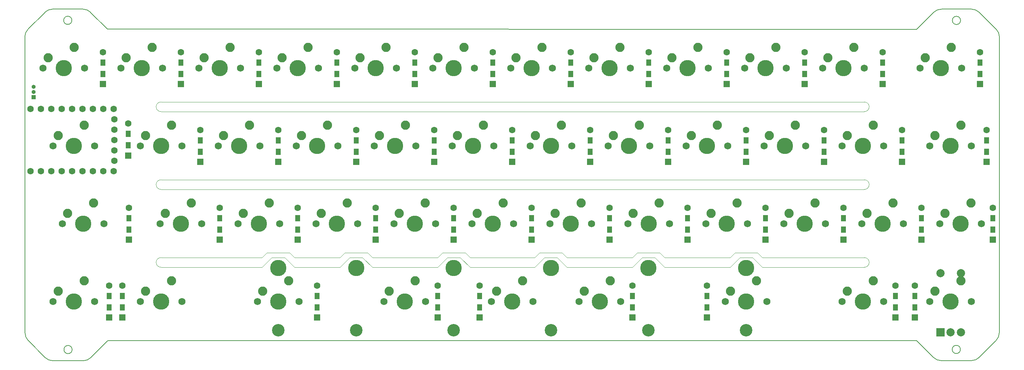
<source format=gbr>
%TF.GenerationSoftware,KiCad,Pcbnew,(6.0.7)*%
%TF.CreationDate,2023-01-22T01:11:47+01:00*%
%TF.ProjectId,lumpen,6c756d70-656e-42e6-9b69-6361645f7063,rev?*%
%TF.SameCoordinates,Original*%
%TF.FileFunction,Soldermask,Bot*%
%TF.FilePolarity,Negative*%
%FSLAX46Y46*%
G04 Gerber Fmt 4.6, Leading zero omitted, Abs format (unit mm)*
G04 Created by KiCad (PCBNEW (6.0.7)) date 2023-01-22 01:11:47*
%MOMM*%
%LPD*%
G01*
G04 APERTURE LIST*
%TA.AperFunction,Profile*%
%ADD10C,0.100000*%
%TD*%
%TA.AperFunction,Profile*%
%ADD11C,0.200000*%
%TD*%
%ADD12C,3.987800*%
%ADD13C,1.750000*%
%ADD14C,2.250000*%
%ADD15R,1.200000X1.600000*%
%ADD16R,1.600000X1.600000*%
%ADD17C,1.600000*%
%ADD18C,3.048000*%
%ADD19R,2.000000X2.000000*%
%ADD20C,2.000000*%
%ADD21R,1.000000X1.000000*%
%ADD22O,1.000000X1.000000*%
G04 APERTURE END LIST*
D10*
X224161188Y-86836250D02*
X52314313Y-86836250D01*
D11*
X33287290Y-128781256D02*
X25917546Y-128781256D01*
D10*
X125459250Y-103505000D02*
X127840500Y-105886250D01*
X224161188Y-86836200D02*
G75*
G03*
X224161188Y-84455000I12J1190600D01*
G01*
X78199375Y-102314375D02*
X83755625Y-102314375D01*
X192532000Y-102314375D02*
X191341375Y-103505000D01*
X224161188Y-67786200D02*
G75*
G03*
X224161188Y-65405000I12J1190600D01*
G01*
D11*
X39350957Y-123825611D02*
X35178801Y-127997767D01*
X25855692Y-42668887D02*
G75*
G03*
X23964181Y-43452380I8J-2675013D01*
G01*
D10*
X52314313Y-103505000D02*
X77008750Y-103505000D01*
X193722625Y-103505000D02*
X191341375Y-105886250D01*
D11*
X19102418Y-121966128D02*
X19040564Y-49484019D01*
X236913960Y-123824293D02*
X39350957Y-123825611D01*
X252245970Y-43472322D02*
G75*
G03*
X250354482Y-42688810I-1891570J-1891578D01*
G01*
D10*
X52314313Y-84454950D02*
G75*
G03*
X52314313Y-86836250I-13J-1190650D01*
G01*
D11*
X242984738Y-42688823D02*
G75*
G03*
X241096372Y-43469515I-38J-2674077D01*
G01*
X252245993Y-43472299D02*
X256386121Y-47612427D01*
D10*
X191341375Y-105886250D02*
X175402875Y-105886250D01*
D11*
X39257075Y-47592508D02*
X236956244Y-47609643D01*
D10*
X103964500Y-103505000D02*
X119903000Y-103505000D01*
D11*
X236956244Y-47609643D02*
X241096372Y-43469515D01*
D10*
X96027000Y-105886250D02*
X84946250Y-105886250D01*
D11*
X30540436Y-45418891D02*
G75*
G03*
X30540436Y-45418891I-1000000J0D01*
G01*
D10*
X196897625Y-103505000D02*
X199278875Y-105886250D01*
D11*
X250315343Y-128747910D02*
X242945599Y-128747910D01*
X30602546Y-126031256D02*
G75*
G03*
X30602546Y-126031256I-1000000J0D01*
G01*
D10*
X97217625Y-102314375D02*
X96027000Y-103505000D01*
D11*
X25855692Y-42668891D02*
X33225436Y-42668891D01*
X257169610Y-49503938D02*
X257130471Y-121932782D01*
D10*
X121093625Y-102314375D02*
X126649875Y-102314375D01*
D11*
X247669482Y-45438810D02*
G75*
G03*
X247669482Y-45438810I-1000000J0D01*
G01*
D10*
X144786188Y-102314375D02*
X143595563Y-103505000D01*
X168656000Y-102314375D02*
X167465375Y-103505000D01*
X121093625Y-102314375D02*
X119903000Y-103505000D01*
D11*
X250315343Y-128747926D02*
G75*
G03*
X252206854Y-127964421I57J2674826D01*
G01*
X241054108Y-127964401D02*
G75*
G03*
X242945599Y-128747910I1891492J1891401D01*
G01*
D10*
X122284250Y-103505000D02*
X125459250Y-103505000D01*
X224161188Y-105886250D02*
X199278875Y-105886250D01*
X102773875Y-102314375D02*
X103964500Y-103505000D01*
X193722625Y-103505000D02*
X196897625Y-103505000D01*
X169846625Y-103505000D02*
X173021625Y-103505000D01*
X151533063Y-103505000D02*
X167465375Y-103505000D01*
X144786188Y-102314375D02*
X150342438Y-102314375D01*
D11*
X35116939Y-43452388D02*
G75*
G03*
X33225436Y-42668891I-1891439J-1891312D01*
G01*
D10*
X52314313Y-103504950D02*
G75*
G03*
X52314313Y-105886250I-13J-1190650D01*
G01*
X199278875Y-103505000D02*
X224161188Y-103505000D01*
X169846625Y-103505000D02*
X167465375Y-105886250D01*
X52314313Y-84455000D02*
X224161188Y-84455000D01*
X224161188Y-105886200D02*
G75*
G03*
X224161188Y-103505000I12J1190600D01*
G01*
D11*
X256346997Y-123824308D02*
G75*
G03*
X257130471Y-121932782I-1891797J1891608D01*
G01*
X256346982Y-123824293D02*
X252206854Y-127964421D01*
X33287290Y-128781221D02*
G75*
G03*
X35178801Y-127997767I110J2674821D01*
G01*
D10*
X101583250Y-103505000D02*
X103964500Y-105886250D01*
X79390000Y-103505000D02*
X82565000Y-103505000D01*
X126649875Y-102314375D02*
X127840500Y-103505000D01*
X145976813Y-103505000D02*
X149151813Y-103505000D01*
X143595563Y-105886250D02*
X127840500Y-105886250D01*
X83755625Y-102314375D02*
X84946250Y-103505000D01*
X173021625Y-103505000D02*
X175402875Y-105886250D01*
D11*
X24026035Y-127997767D02*
X19885907Y-123857639D01*
X242984738Y-42688810D02*
X250354482Y-42688810D01*
D10*
X97217625Y-102314375D02*
X102773875Y-102314375D01*
D11*
X241054088Y-127964421D02*
X236913960Y-123824293D01*
X24026051Y-127997751D02*
G75*
G03*
X25917546Y-128781256I1891549J1891551D01*
G01*
D10*
X78199375Y-102314375D02*
X77008750Y-103505000D01*
X174212250Y-102314375D02*
X175402875Y-103505000D01*
X175402875Y-103505000D02*
X191341375Y-103505000D01*
X149151813Y-103505000D02*
X151533063Y-105886250D01*
X224161188Y-67786250D02*
X52314313Y-67786250D01*
X119903000Y-105886250D02*
X103964500Y-105886250D01*
X79390000Y-103505000D02*
X77008750Y-105886250D01*
X98408250Y-103505000D02*
X96027000Y-105886250D01*
X198088250Y-102314375D02*
X199278875Y-103505000D01*
X84946250Y-103505000D02*
X96027000Y-103505000D01*
X52314313Y-65404950D02*
G75*
G03*
X52314313Y-67786250I-13J-1190650D01*
G01*
X168656000Y-102314375D02*
X174212250Y-102314375D01*
X122284250Y-103505000D02*
X119903000Y-105886250D01*
D11*
X19824057Y-47592512D02*
G75*
G03*
X19040564Y-49484019I1891443J-1891488D01*
G01*
D10*
X167465375Y-105886250D02*
X151533063Y-105886250D01*
D11*
X19824053Y-47592508D02*
X23964181Y-43452380D01*
D10*
X77008750Y-105886250D02*
X52314313Y-105886250D01*
X82565000Y-103505000D02*
X84946250Y-105886250D01*
X52314313Y-65405000D02*
X224161188Y-65405000D01*
D11*
X35116947Y-43452380D02*
X39257075Y-47592508D01*
D10*
X150342438Y-102314375D02*
X151533063Y-103505000D01*
D11*
X247630599Y-125997910D02*
G75*
G03*
X247630599Y-125997910I-1000000J0D01*
G01*
D10*
X192532000Y-102314375D02*
X198088250Y-102314375D01*
D11*
X257169605Y-49503938D02*
G75*
G03*
X256386121Y-47612427I-2675405J-162D01*
G01*
D10*
X127840500Y-103505000D02*
X143595563Y-103505000D01*
D11*
X19102451Y-121966128D02*
G75*
G03*
X19885907Y-123857639I2675149J28D01*
G01*
D10*
X145976813Y-103505000D02*
X143595563Y-105886250D01*
X98408250Y-103505000D02*
X101583250Y-103505000D01*
D12*
%TO.C,MX32*%
X171450000Y-95250000D03*
D13*
X166370000Y-95250000D03*
X176530000Y-95250000D03*
D14*
X167640000Y-92710000D03*
X173990000Y-90170000D03*
%TD*%
D12*
%TO.C,MX37*%
X30988000Y-114300000D03*
D13*
X36068000Y-114300000D03*
X25908000Y-114300000D03*
D14*
X27178000Y-111760000D03*
X33528000Y-109220000D03*
%TD*%
D13*
%TO.C,MX30*%
X128270000Y-95250000D03*
X138430000Y-95250000D03*
D12*
X133350000Y-95250000D03*
D14*
X129540000Y-92710000D03*
X135890000Y-90170000D03*
%TD*%
D12*
%TO.C,MX45*%
X245237000Y-114300000D03*
D13*
X250317000Y-114300000D03*
X240157000Y-114300000D03*
D14*
X241427000Y-111760000D03*
X247777000Y-109220000D03*
%TD*%
D15*
%TO.C,D1*%
X38100000Y-58550000D03*
D16*
X38100000Y-61050000D03*
D15*
X38100000Y-55750000D03*
D17*
X38100000Y-53250000D03*
%TD*%
D13*
%TO.C,MX11*%
X224155000Y-57150000D03*
D12*
X219075000Y-57150000D03*
D13*
X213995000Y-57150000D03*
D14*
X215265000Y-54610000D03*
X221615000Y-52070000D03*
%TD*%
D16*
%TO.C,D41*%
X231775000Y-118200000D03*
D15*
X231775000Y-115700000D03*
X231775000Y-112900000D03*
D17*
X231775000Y-110400000D03*
%TD*%
D13*
%TO.C,MX34*%
X204470000Y-95250000D03*
X214630000Y-95250000D03*
D12*
X209550000Y-95250000D03*
D14*
X205740000Y-92710000D03*
X212090000Y-90170000D03*
%TD*%
D15*
%TO.C,D9*%
X42862500Y-115700000D03*
D16*
X42862500Y-118200000D03*
D15*
X42862500Y-112900000D03*
D17*
X42862500Y-110400000D03*
%TD*%
D15*
%TO.C,D21*%
X133350000Y-58550000D03*
D16*
X133350000Y-61050000D03*
D17*
X133350000Y-53250000D03*
D15*
X133350000Y-55750000D03*
%TD*%
D13*
%TO.C,MX35*%
X233680000Y-95250000D03*
X223520000Y-95250000D03*
D12*
X228600000Y-95250000D03*
D14*
X224790000Y-92710000D03*
X231140000Y-90170000D03*
%TD*%
D13*
%TO.C,MX12*%
X237807500Y-57150000D03*
X247967500Y-57150000D03*
D12*
X242887500Y-57150000D03*
D14*
X239077500Y-54610000D03*
X245427500Y-52070000D03*
%TD*%
D16*
%TO.C,D44*%
X254000000Y-80100000D03*
D15*
X254000000Y-77600000D03*
D17*
X254000000Y-72300000D03*
D15*
X254000000Y-74800000D03*
%TD*%
D13*
%TO.C,MX43*%
X200342500Y-114300000D03*
X190182500Y-114300000D03*
D12*
X195262500Y-114300000D03*
D14*
X191452500Y-111760000D03*
X197802500Y-109220000D03*
%TD*%
D16*
%TO.C,D28*%
X171450000Y-61050000D03*
D15*
X171450000Y-58550000D03*
X171450000Y-55750000D03*
D17*
X171450000Y-53250000D03*
%TD*%
D13*
%TO.C,MX24*%
X240157000Y-76200000D03*
D12*
X245237000Y-76200000D03*
D13*
X250317000Y-76200000D03*
D14*
X241427000Y-73660000D03*
X247777000Y-71120000D03*
%TD*%
D13*
%TO.C,MX10*%
X205105000Y-57150000D03*
X194945000Y-57150000D03*
D12*
X200025000Y-57150000D03*
D14*
X196215000Y-54610000D03*
X202565000Y-52070000D03*
%TD*%
D16*
%TO.C,D13*%
X95250000Y-61050000D03*
D15*
X95250000Y-58550000D03*
D17*
X95250000Y-53250000D03*
D15*
X95250000Y-55750000D03*
%TD*%
D12*
%TO.C,MX17*%
X109537500Y-76200000D03*
D13*
X114617500Y-76200000D03*
X104457500Y-76200000D03*
D14*
X105727500Y-73660000D03*
X112077500Y-71120000D03*
%TD*%
D16*
%TO.C,D33*%
X200025000Y-99150000D03*
D15*
X200025000Y-96650000D03*
X200025000Y-93850000D03*
D17*
X200025000Y-91350000D03*
%TD*%
D13*
%TO.C,MX42*%
X154432000Y-114300000D03*
D12*
X159512000Y-114300000D03*
X147605750Y-106045000D03*
D13*
X164592000Y-114300000D03*
D18*
X171418250Y-121285000D03*
D12*
X171418250Y-106045000D03*
D18*
X147605750Y-121285000D03*
D14*
X155702000Y-111760000D03*
X162052000Y-109220000D03*
%TD*%
D13*
%TO.C,MX23*%
X228917500Y-76200000D03*
D12*
X223837500Y-76200000D03*
D13*
X218757500Y-76200000D03*
D14*
X220027500Y-73660000D03*
X226377500Y-71120000D03*
%TD*%
D12*
%TO.C,MX14*%
X52387500Y-76200000D03*
D13*
X57467500Y-76200000D03*
X47307500Y-76200000D03*
D14*
X48577500Y-73660000D03*
X54927500Y-71120000D03*
%TD*%
D16*
%TO.C,D6*%
X57150000Y-61050000D03*
D15*
X57150000Y-58550000D03*
D17*
X57150000Y-53250000D03*
D15*
X57150000Y-55750000D03*
%TD*%
D19*
%TO.C,SW1*%
X242737000Y-121800000D03*
D20*
X247737000Y-121800000D03*
X245237000Y-121800000D03*
X247737000Y-107300000D03*
X242737000Y-107300000D03*
%TD*%
D13*
%TO.C,MX27*%
X81280000Y-95250000D03*
D12*
X76200000Y-95250000D03*
D13*
X71120000Y-95250000D03*
D14*
X72390000Y-92710000D03*
X78740000Y-90170000D03*
%TD*%
D12*
%TO.C,MX29*%
X114300000Y-95250000D03*
D13*
X109220000Y-95250000D03*
X119380000Y-95250000D03*
D14*
X110490000Y-92710000D03*
X116840000Y-90170000D03*
%TD*%
D15*
%TO.C,D37*%
X214312500Y-77600000D03*
D16*
X214312500Y-80100000D03*
D17*
X214312500Y-72300000D03*
D15*
X214312500Y-74800000D03*
%TD*%
%TO.C,D19*%
X152400000Y-58550000D03*
D16*
X152400000Y-61050000D03*
D17*
X152400000Y-53250000D03*
D15*
X152400000Y-55750000D03*
%TD*%
%TO.C,D39*%
X233362500Y-77600000D03*
D16*
X233362500Y-80100000D03*
D17*
X233362500Y-72300000D03*
D15*
X233362500Y-74800000D03*
%TD*%
D13*
%TO.C,MX26*%
X62230000Y-95250000D03*
X52070000Y-95250000D03*
D12*
X57150000Y-95250000D03*
D14*
X53340000Y-92710000D03*
X59690000Y-90170000D03*
%TD*%
D13*
%TO.C,MX22*%
X199707500Y-76200000D03*
D12*
X204787500Y-76200000D03*
D13*
X209867500Y-76200000D03*
D14*
X200977500Y-73660000D03*
X207327500Y-71120000D03*
%TD*%
D15*
%TO.C,D7*%
X61912500Y-77600000D03*
D16*
X61912500Y-80100000D03*
D15*
X61912500Y-74800000D03*
D17*
X61912500Y-72300000D03*
%TD*%
D13*
%TO.C,MX36*%
X252730000Y-95250000D03*
D12*
X247650000Y-95250000D03*
D13*
X242570000Y-95250000D03*
D14*
X243840000Y-92710000D03*
X250190000Y-90170000D03*
%TD*%
D13*
%TO.C,MX20*%
X161607500Y-76200000D03*
D12*
X166687500Y-76200000D03*
D13*
X171767500Y-76200000D03*
D14*
X162877500Y-73660000D03*
X169227500Y-71120000D03*
%TD*%
D12*
%TO.C,MX13*%
X30988000Y-76200000D03*
D13*
X25908000Y-76200000D03*
X36068000Y-76200000D03*
D14*
X27178000Y-73660000D03*
X33528000Y-71120000D03*
%TD*%
D16*
%TO.C,D36*%
X209550000Y-61050000D03*
D15*
X209550000Y-58550000D03*
X209550000Y-55750000D03*
D17*
X209550000Y-53250000D03*
%TD*%
D16*
%TO.C,D24*%
X130175000Y-118200000D03*
D15*
X130175000Y-115700000D03*
X130175000Y-112900000D03*
D17*
X130175000Y-110400000D03*
%TD*%
D16*
%TO.C,D22*%
X138112500Y-80100000D03*
D15*
X138112500Y-77600000D03*
X138112500Y-74800000D03*
D17*
X138112500Y-72300000D03*
%TD*%
D16*
%TO.C,D18*%
X123825000Y-99150000D03*
D15*
X123825000Y-96650000D03*
X123825000Y-93850000D03*
D17*
X123825000Y-91350000D03*
%TD*%
D16*
%TO.C,D31*%
X190500000Y-61050000D03*
D15*
X190500000Y-58550000D03*
X190500000Y-55750000D03*
D17*
X190500000Y-53250000D03*
%TD*%
D16*
%TO.C,D35*%
X185737500Y-118200000D03*
D15*
X185737500Y-115700000D03*
D17*
X185737500Y-110400000D03*
D15*
X185737500Y-112900000D03*
%TD*%
D13*
%TO.C,MX5*%
X109855000Y-57150000D03*
X99695000Y-57150000D03*
D12*
X104775000Y-57150000D03*
D14*
X100965000Y-54610000D03*
X107315000Y-52070000D03*
%TD*%
D13*
%TO.C,MX39*%
X86042500Y-114300000D03*
X75882500Y-114300000D03*
D12*
X80962500Y-114300000D03*
D14*
X77152500Y-111760000D03*
X83502500Y-109220000D03*
%TD*%
%TO.C,MX41*%
X140652500Y-109220000D03*
X134302500Y-111760000D03*
D18*
X195262500Y-121285000D03*
X80962500Y-121285000D03*
D12*
X138112500Y-114300000D03*
X80962500Y-106045000D03*
D13*
X143192500Y-114300000D03*
X133032500Y-114300000D03*
D12*
X195262500Y-106045000D03*
%TD*%
D15*
%TO.C,D16*%
X114300000Y-58550000D03*
D16*
X114300000Y-61050000D03*
D17*
X114300000Y-53250000D03*
D15*
X114300000Y-55750000D03*
%TD*%
D16*
%TO.C,D25*%
X157162500Y-80100000D03*
D15*
X157162500Y-77600000D03*
D17*
X157162500Y-72300000D03*
D15*
X157162500Y-74800000D03*
%TD*%
D16*
%TO.C,D8*%
X66675000Y-99150000D03*
D15*
X66675000Y-96650000D03*
X66675000Y-93850000D03*
D17*
X66675000Y-91350000D03*
%TD*%
D12*
%TO.C,MX8*%
X161925000Y-57150000D03*
D13*
X167005000Y-57150000D03*
X156845000Y-57150000D03*
D14*
X158115000Y-54610000D03*
X164465000Y-52070000D03*
%TD*%
D15*
%TO.C,D11*%
X85725000Y-96650000D03*
D16*
X85725000Y-99150000D03*
D17*
X85725000Y-91350000D03*
D15*
X85725000Y-93850000D03*
%TD*%
%TO.C,D4*%
X39687500Y-115700000D03*
D16*
X39687500Y-118200000D03*
D15*
X39687500Y-112900000D03*
D17*
X39687500Y-110400000D03*
%TD*%
D15*
%TO.C,D15*%
X104775000Y-96650000D03*
D16*
X104775000Y-99150000D03*
D17*
X104775000Y-91350000D03*
D15*
X104775000Y-93850000D03*
%TD*%
D16*
%TO.C,D30*%
X180975000Y-99150000D03*
D15*
X180975000Y-96650000D03*
X180975000Y-93850000D03*
D17*
X180975000Y-91350000D03*
%TD*%
D16*
%TO.C,D45*%
X255587500Y-99150000D03*
D15*
X255587500Y-96650000D03*
X255587500Y-93850000D03*
D17*
X255587500Y-91350000D03*
%TD*%
D15*
%TO.C,D14*%
X100012500Y-77600000D03*
D16*
X100012500Y-80100000D03*
D15*
X100012500Y-74800000D03*
D17*
X100012500Y-72300000D03*
%TD*%
D15*
%TO.C,D10*%
X80962500Y-77600000D03*
D16*
X80962500Y-80100000D03*
D15*
X80962500Y-74800000D03*
D17*
X80962500Y-72300000D03*
%TD*%
D16*
%TO.C,D5*%
X76200000Y-61050000D03*
D15*
X76200000Y-58550000D03*
X76200000Y-55750000D03*
D17*
X76200000Y-53250000D03*
%TD*%
D13*
%TO.C,MX28*%
X100330000Y-95250000D03*
D12*
X95250000Y-95250000D03*
D13*
X90170000Y-95250000D03*
D14*
X91440000Y-92710000D03*
X97790000Y-90170000D03*
%TD*%
D13*
%TO.C,MX44*%
X218757500Y-114300000D03*
D12*
X223837500Y-114300000D03*
D13*
X228917500Y-114300000D03*
D14*
X220027500Y-111760000D03*
X226377500Y-109220000D03*
%TD*%
D16*
%TO.C,D26*%
X161925000Y-99150000D03*
D15*
X161925000Y-96650000D03*
X161925000Y-93850000D03*
D17*
X161925000Y-91350000D03*
%TD*%
D15*
%TO.C,D29*%
X176212500Y-77600000D03*
D16*
X176212500Y-80100000D03*
D15*
X176212500Y-74800000D03*
D17*
X176212500Y-72300000D03*
%TD*%
D12*
%TO.C,MX40*%
X111887000Y-114300000D03*
D18*
X99980750Y-121285000D03*
D12*
X99980750Y-106045000D03*
D13*
X106807000Y-114300000D03*
X116967000Y-114300000D03*
D18*
X123793250Y-121285000D03*
D12*
X123793250Y-106045000D03*
D14*
X108077000Y-111760000D03*
X114427000Y-109220000D03*
%TD*%
D13*
%TO.C,MX33*%
X195580000Y-95250000D03*
D12*
X190500000Y-95250000D03*
D13*
X185420000Y-95250000D03*
D14*
X186690000Y-92710000D03*
X193040000Y-90170000D03*
%TD*%
D15*
%TO.C,D2*%
X44323000Y-76012500D03*
D16*
X44323000Y-78512500D03*
D15*
X44323000Y-73212500D03*
D17*
X44323000Y-70712500D03*
%TD*%
D15*
%TO.C,D12*%
X90487500Y-115700000D03*
D16*
X90487500Y-118200000D03*
D15*
X90487500Y-112900000D03*
D17*
X90487500Y-110400000D03*
%TD*%
D13*
%TO.C,MX6*%
X128905000Y-57150000D03*
D12*
X123825000Y-57150000D03*
D13*
X118745000Y-57150000D03*
D14*
X120015000Y-54610000D03*
X126365000Y-52070000D03*
%TD*%
D13*
%TO.C,MX9*%
X186055000Y-57150000D03*
D12*
X180975000Y-57150000D03*
D13*
X175895000Y-57150000D03*
D14*
X177165000Y-54610000D03*
X183515000Y-52070000D03*
%TD*%
D12*
%TO.C,MX2*%
X47625000Y-57150000D03*
D13*
X52705000Y-57150000D03*
X42545000Y-57150000D03*
D14*
X43815000Y-54610000D03*
X50165000Y-52070000D03*
%TD*%
D15*
%TO.C,D23*%
X142875000Y-96650000D03*
D16*
X142875000Y-99150000D03*
D15*
X142875000Y-93850000D03*
D17*
X142875000Y-91350000D03*
%TD*%
D15*
%TO.C,D34*%
X228600000Y-58550000D03*
D16*
X228600000Y-61050000D03*
D15*
X228600000Y-55750000D03*
D17*
X228600000Y-53250000D03*
%TD*%
D13*
%TO.C,MX21*%
X190817500Y-76200000D03*
X180657500Y-76200000D03*
D12*
X185737500Y-76200000D03*
D14*
X181927500Y-73660000D03*
X188277500Y-71120000D03*
%TD*%
D13*
%TO.C,MX7*%
X137795000Y-57150000D03*
X147955000Y-57150000D03*
D12*
X142875000Y-57150000D03*
D14*
X139065000Y-54610000D03*
X145415000Y-52070000D03*
%TD*%
D13*
%TO.C,MX15*%
X76517500Y-76200000D03*
D12*
X71437500Y-76200000D03*
D13*
X66357500Y-76200000D03*
D14*
X67627500Y-73660000D03*
X73977500Y-71120000D03*
%TD*%
D15*
%TO.C,D46*%
X236537500Y-115700000D03*
D16*
X236537500Y-118200000D03*
D15*
X236537500Y-112900000D03*
D17*
X236537500Y-110400000D03*
%TD*%
D16*
%TO.C,D17*%
X119062500Y-80100000D03*
D15*
X119062500Y-77600000D03*
X119062500Y-74800000D03*
D17*
X119062500Y-72300000D03*
%TD*%
D16*
%TO.C,D32*%
X195262500Y-80100000D03*
D15*
X195262500Y-77600000D03*
X195262500Y-74800000D03*
D17*
X195262500Y-72300000D03*
%TD*%
D12*
%TO.C,MX1*%
X28575000Y-57150000D03*
D13*
X23495000Y-57150000D03*
X33655000Y-57150000D03*
D14*
X24765000Y-54610000D03*
X31115000Y-52070000D03*
%TD*%
D13*
%TO.C,MX16*%
X95567500Y-76200000D03*
X85407500Y-76200000D03*
D12*
X90487500Y-76200000D03*
D14*
X86677500Y-73660000D03*
X93027500Y-71120000D03*
%TD*%
D12*
%TO.C,MX25*%
X33337500Y-95250000D03*
D13*
X28257500Y-95250000D03*
X38417500Y-95250000D03*
D14*
X29527500Y-92710000D03*
X35877500Y-90170000D03*
%TD*%
D13*
%TO.C,MX19*%
X142557500Y-76200000D03*
X152717500Y-76200000D03*
D12*
X147637500Y-76200000D03*
D14*
X143827500Y-73660000D03*
X150177500Y-71120000D03*
%TD*%
D13*
%TO.C,MX4*%
X90805000Y-57150000D03*
X80645000Y-57150000D03*
D12*
X85725000Y-57150000D03*
D14*
X81915000Y-54610000D03*
X88265000Y-52070000D03*
%TD*%
D15*
%TO.C,D27*%
X167513000Y-115700000D03*
D16*
X167513000Y-118200000D03*
D15*
X167513000Y-112900000D03*
D17*
X167513000Y-110400000D03*
%TD*%
D16*
%TO.C,D43*%
X252412500Y-61050000D03*
D15*
X252412500Y-58550000D03*
D17*
X252412500Y-53250000D03*
D15*
X252412500Y-55750000D03*
%TD*%
%TO.C,D20*%
X119888000Y-115700000D03*
D16*
X119888000Y-118200000D03*
D15*
X119888000Y-112900000D03*
D17*
X119888000Y-110400000D03*
%TD*%
D15*
%TO.C,D3*%
X44450000Y-96650000D03*
D16*
X44450000Y-99150000D03*
D15*
X44450000Y-93850000D03*
D17*
X44450000Y-91350000D03*
%TD*%
D15*
%TO.C,D38*%
X219075000Y-96650000D03*
D16*
X219075000Y-99150000D03*
D17*
X219075000Y-91350000D03*
D15*
X219075000Y-93850000D03*
%TD*%
D12*
%TO.C,MX38*%
X52387500Y-114300000D03*
D13*
X47307500Y-114300000D03*
X57467500Y-114300000D03*
D14*
X48577500Y-111760000D03*
X54927500Y-109220000D03*
%TD*%
D13*
%TO.C,MX3*%
X71755000Y-57150000D03*
D12*
X66675000Y-57150000D03*
D13*
X61595000Y-57150000D03*
D14*
X62865000Y-54610000D03*
X69215000Y-52070000D03*
%TD*%
D13*
%TO.C,MX18*%
X123507500Y-76200000D03*
X133667500Y-76200000D03*
D12*
X128587500Y-76200000D03*
D14*
X124777500Y-73660000D03*
X131127500Y-71120000D03*
%TD*%
D12*
%TO.C,MX31*%
X152400000Y-95250000D03*
D13*
X147320000Y-95250000D03*
X157480000Y-95250000D03*
D14*
X148590000Y-92710000D03*
X154940000Y-90170000D03*
%TD*%
D15*
%TO.C,D40*%
X238125000Y-96650000D03*
D16*
X238125000Y-99150000D03*
D17*
X238125000Y-91350000D03*
D15*
X238125000Y-93850000D03*
%TD*%
D17*
%TO.C,RZ1*%
X20402500Y-82327500D03*
X22942500Y-82327500D03*
X25482500Y-82327500D03*
X28022500Y-82327500D03*
X30562500Y-82327500D03*
X33102500Y-82327500D03*
X35642500Y-82327500D03*
X38182500Y-82327500D03*
X40722500Y-82327500D03*
X40932500Y-79787500D03*
X40932500Y-77247500D03*
X40932500Y-74707500D03*
X40932500Y-72167500D03*
X40932500Y-69627500D03*
X40722500Y-67087500D03*
X38182500Y-67087500D03*
X35642500Y-67087500D03*
X33102500Y-67087500D03*
X30562500Y-67087500D03*
X28022500Y-67087500D03*
X25482500Y-67087500D03*
X20402500Y-67087500D03*
X22942500Y-67087500D03*
%TD*%
D21*
%TO.C,J1*%
X21209000Y-64262000D03*
D22*
X21209000Y-62992000D03*
X21209000Y-61722000D03*
%TD*%
M02*

</source>
